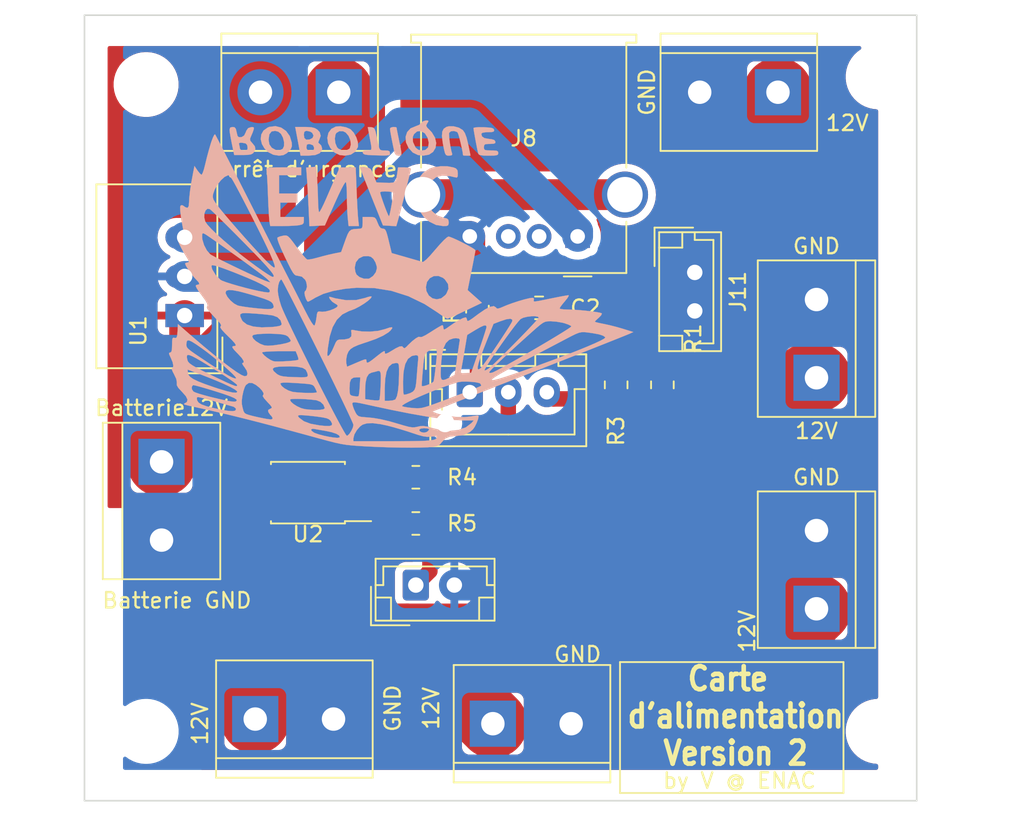
<source format=kicad_pcb>
(kicad_pcb (version 20211014) (generator pcbnew)
  (layers (0 "F.Cu" signal) (31 "B.Cu" signal) (34 "B.Paste" user) (35 "F.Paste" user) (36 "B.SilkS" user "B.Silkscreen") (37 "F.SilkS" user "F.Silkscreen") (38 "B.Mask" user) (39 "F.Mask" user) (44 "Edge.Cuts" user))
  (net 0 "")
  (net 1 "+5V")
  (net 2 "GND")
  (net 3 "Net-(J1-Pad1)")
  (net 4 "+12V")
  (net 5 "Net-(J9-Pad1)")
  (net 6 "SignalPowerOn")
  (net 7 "Net-(J9-Pad3)")
  (net 8 "12V_P")
  (net 11 "unconnected-(J8-Pad5)")
  (net 12 "Net-(R4-Pad2)")
  (net 13 "Net-(J8-Pad1)")
  (footprint "Capacitor_SMD:C_0805_2012Metric" (layer "F.Cu") (at 87 113 180)
    (fp_text reference "C2" (at -3 0) (layer "F.SilkS"))
    (fp_text value "C")
    (pad "1" smd roundrect locked (at -0.95 0 180) (size 1 1.45) (layers "F.Cu" "F.Paste" "F.Mask") (net 1 "+5V"))
    (pad "2" smd roundrect locked (at 0.95 0 180) (size 1 1.45) (layers "F.Cu" "F.Paste" "F.Mask") (net 2 "GND"))
  )
  (footprint "TerminalBlock:TerminalBlock_bornier-2_P5.08mm" (layer "F.Cu") (at 74 99 180)
    (fp_text reference "J1" hide)
    (fp_text value "Screw_Terminal_01x02")
    (pad "1" thru_hole rect locked (at 0 0 180) (size 3 3) (drill 1.52) (layers *.Cu *.Mask) (net 3 "Net-(J1-Pad1)"))
    (pad "2" thru_hole circle locked (at 5.08 0 180) (size 3 3) (drill 1.52) (layers *.Cu *.Mask) (net 4 "+12V"))
  )
  (footprint "TerminalBlock:TerminalBlock_bornier-2_P5.08mm" (layer "F.Cu") (at 62.5 123 -90)
    (fp_text reference "J2" hide)
    (fp_text value "Screw_Terminal_01x02")
    (pad "1" thru_hole rect locked (at 0 0 270) (size 3 3) (drill 1.52) (layers *.Cu *.Mask) (net 4 "+12V"))
    (pad "2" thru_hole circle locked (at 5.08 0 270) (size 3 3) (drill 1.52) (layers *.Cu *.Mask) (net 2 "GND"))
  )
  (footprint "TerminalBlock:TerminalBlock_bornier-2_P5.08mm" (layer "F.Cu") (at 102.5 99 180)
    (fp_text reference "J3" hide)
    (fp_text value "Screw_Terminal_01x02")
    (pad "1" thru_hole rect locked (at 0 0 180) (size 3 3) (drill 1.52) (layers *.Cu *.Mask) (net 8 "12V_P"))
    (pad "2" thru_hole circle locked (at 5.08 0 180) (size 3 3) (drill 1.52) (layers *.Cu *.Mask) (net 2 "GND"))
  )
  (footprint "TerminalBlock:TerminalBlock_bornier-2_P5.08mm" (layer "F.Cu") (at 105 132.54 90)
    (fp_text reference "J4" hide)
    (fp_text value "Screw_Terminal_01x02")
    (pad "1" thru_hole rect locked (at 0 0 90) (size 3 3) (drill 1.52) (layers *.Cu *.Mask) (net 8 "12V_P"))
    (pad "2" thru_hole circle locked (at 5.08 0 90) (size 3 3) (drill 1.52) (layers *.Cu *.Mask) (net 2 "GND"))
  )
  (footprint "TerminalBlock:TerminalBlock_bornier-2_P5.08mm" (layer "F.Cu") (at 68.58 139.7)
    (fp_text reference "J5" hide)
    (fp_text value "Screw_Terminal_01x02")
    (pad "1" thru_hole rect locked (at 0 0) (size 3 3) (drill 1.52) (layers *.Cu *.Mask) (net 8 "12V_P"))
    (pad "2" thru_hole circle locked (at 5.08 0) (size 3 3) (drill 1.52) (layers *.Cu *.Mask) (net 2 "GND"))
  )
  (footprint "TerminalBlock:TerminalBlock_bornier-2_P5.08mm" (layer "F.Cu") (at 105 117.54 90)
    (fp_text reference "J6" hide)
    (fp_text value "Screw_Terminal_01x02")
    (pad "1" thru_hole rect locked (at 0 0 90) (size 3 3) (drill 1.52) (layers *.Cu *.Mask) (net 8 "12V_P"))
    (pad "2" thru_hole circle locked (at 5.08 0 90) (size 3 3) (drill 1.52) (layers *.Cu *.Mask) (net 2 "GND"))
  )
  (footprint "TerminalBlock:TerminalBlock_bornier-2_P5.08mm" (layer "F.Cu") (at 84 140)
    (fp_text reference "J7" hide)
    (fp_text value "Screw_Terminal_01x02")
    (pad "1" thru_hole rect locked (at 0 0) (size 3 3) (drill 1.52) (layers *.Cu *.Mask) (net 8 "12V_P"))
    (pad "2" thru_hole circle locked (at 5.08 0) (size 3 3) (drill 1.52) (layers *.Cu *.Mask) (net 2 "GND"))
  )
  (footprint "Converter_DCDC:Converter_DCDC_TRACO_TSR-1_THT" (layer "F.Cu") (at 64 113.5 90)
    (fp_text reference "U1" (at -1 -3 90) (layer "F.SilkS"))
    (fp_text value "TSR_1-2450")
    (pad "1" thru_hole rect locked (at 0 0 90) (size 1.5 2.5) (drill 1) (layers *.Cu *.Mask) (net 4 "+12V"))
    (pad "2" thru_hole oval locked (at 2.54 0 90) (size 1.5 2.5) (drill 1) (layers *.Cu *.Mask) (net 2 "GND"))
    (pad "3" thru_hole oval locked (at 5.08 0 90) (size 1.5 2.5) (drill 1) (layers *.Cu *.Mask) (net 1 "+5V"))
  )
  (footprint "Connector_JST:JST_XH_B3B-XH-AM_1x03_P2.50mm_Vertical" (layer "F.Cu") (at 82.5 118.475)
    (fp_text reference "J9" hide)
    (fp_text value "Conn_01x03_Male")
    (pad "" np_thru_hole circle locked (at -1.6 2) (size 1.2 1.2) (drill 1.2) (layers *.Cu *.Mask))
    (pad "1" thru_hole roundrect locked (at 0 0) (size 1.7 1.95) (drill 0.95) (layers *.Cu *.Mask) (roundrect_rratio 0.147059) (net 5 "Net-(J9-Pad1)"))
    (pad "2" thru_hole oval locked (at 2.5 0) (size 1.7 1.95) (drill 0.95) (layers *.Cu *.Mask) (net 6 "SignalPowerOn"))
    (pad "3" thru_hole oval locked (at 5 0) (size 1.7 1.95) (drill 0.95) (layers *.Cu *.Mask) (net 7 "Net-(J9-Pad3)"))
  )
  (footprint "Resistor_SMD:R_0805_2012Metric" (layer "F.Cu") (at 95 118 90)
    (fp_text reference "R1" (at 3 2 90) (layer "F.SilkS"))
    (fp_text value "R")
    (pad "1" smd roundrect locked (at -0.9125 0 90) (size 1.025 1.4) (layers "F.Cu" "F.Paste" "F.Mask") (roundrect_rratio 0.243902) (net 7 "Net-(J9-Pad3)"))
    (pad "2" smd roundrect locked (at 0.9125 0 90) (size 1.025 1.4) (layers "F.Cu" "F.Paste" "F.Mask") (roundrect_rratio 0.243902) (net 1 "+5V"))
  )
  (footprint "Resistor_SMD:R_0805_2012Metric" (layer "F.Cu") (at 83 113.0875 90)
    (fp_text reference "R2" (at 0 -1.65 90) (layer "F.SilkS"))
    (fp_text value "R")
    (pad "1" smd roundrect locked (at -0.9125 0 90) (size 1.025 1.4) (layers "F.Cu" "F.Paste" "F.Mask") (roundrect_rratio 0.243902) (net 5 "Net-(J9-Pad1)"))
    (pad "2" smd roundrect locked (at 0.9125 0 90) (size 1.025 1.4) (layers "F.Cu" "F.Paste" "F.Mask") (roundrect_rratio 0.243902) (net 2 "GND"))
  )
  (footprint "MountingHole:MountingHole_3.2mm_M3" (layer "F.Cu") (at 61.5 98.5)
    (fp_text reference "REF**" hide)
    (fp_text value "MountingHole_3.2mm_M3")
    (pad "" np_thru_hole circle locked (at 0 0) (size 3.2 3.2) (drill 3.2) (layers *.Cu *.Mask))
  )
  (footprint "MountingHole:MountingHole_3.2mm_M3" (layer "F.Cu") (at 109 98)
    (fp_text reference "REF**" hide)
    (fp_text value "MountingHole_3.2mm_M3")
    (pad "" np_thru_hole circle locked (at 0 0) (size 3.2 3.2) (drill 3.2) (layers *.Cu *.Mask))
  )
  (footprint "MountingHole:MountingHole_3.2mm_M3" (layer "F.Cu") (at 61.5 140.5)
    (fp_text reference "REF**" hide)
    (fp_text value "MountingHole_3.2mm_M3")
    (pad "" np_thru_hole circle locked (at 0 0) (size 3.2 3.2) (drill 3.2) (layers *.Cu *.Mask))
  )
  (footprint "logo:logo" (layer "F.Cu") (at 94 104)
    (fp_text reference "G***" hide)
    (fp_text value "LOGO" hide)
  )
  (footprint "Resistor_SMD:R_0805_2012Metric" (layer "F.Cu") (at 79 124 180)
    (fp_text reference "R4" (at -3 0) (layer "F.SilkS"))
    (fp_text value "R")
    (pad "1" smd roundrect (at -0.9125 0 180) (size 1.025 1.4) (layers "F.Cu" "F.Paste" "F.Mask") (roundrect_rratio 0.243902) (net 2 "GND"))
    (pad "2" smd roundrect (at 0.9125 0 180) (size 1.025 1.4) (layers "F.Cu" "F.Paste" "F.Mask") (roundrect_rratio 0.243902) (net 12 "Net-(R4-Pad2)"))
  )
  (footprint "Connector_USB:USB_A_Molex_67643_Horizontal" (layer "F.Cu") (at 89.5 108.36 180)
    (fp_text reference "J8" (at 3.5 6.36) (layer "F.SilkS"))
    (fp_text value "USB_A")
    (pad "1" thru_hole rect (at 0 0 180) (size 1.6 1.5) (drill 0.95) (layers *.Cu *.Mask) (net 13 "Net-(J8-Pad1)"))
    (pad "2" thru_hole circle (at 2.5 0 180) (size 1.6 1.6) (drill 0.95) (layers *.Cu *.Mask))
    (pad "3" thru_hole circle (at 4.5 0 180) (size 1.6 1.6) (drill 0.95) (layers *.Cu *.Mask))
    (pad "4" thru_hole circle (at 7 0 180) (size 1.6 1.6) (drill 0.95) (layers *.Cu *.Mask) (net 2 "GND"))
    (pad "5" thru_hole circle (at -3.07 2.71 180) (size 3 3) (drill 2.3) (layers *.Cu *.Mask) (net 11 "unconnected-(J8-Pad5)"))
    (pad "5" thru_hole circle (at 10.07 2.71 180) (size 3 3) (drill 2.3) (layers *.Cu *.Mask) (net 11 "unconnected-(J8-Pad5)"))
  )
  (footprint "Connector_JST:JST_EH_B2B-EH-A_1x02_P2.50mm_Vertical" (layer "F.Cu") (at 97.1 110.7 -90)
    (fp_text reference "J11" (at 1.25 -2.8 90) (layer "F.SilkS"))
    (fp_text value "Conn_01x02_Male")
    (pad "1" thru_hole roundrect (at 0 0 270) (size 1.7 2) (drill 1) (layers *.Cu *.Mask) (roundrect_rratio 0.147059) (net 13 "Net-(J8-Pad1)"))
    (pad "2" thru_hole oval (at 2.5 0 270) (size 1.7 2) (drill 1) (layers *.Cu *.Mask) (net 1 "+5V"))
  )
  (footprint "Connector_JST:JST_EH_B2B-EH-A_1x02_P2.50mm_Vertical" (layer "F.Cu") (at 79 131)
    (fp_text reference "J10" hide)
    (fp_text value "Conn_01x02_Male")
    (pad "1" thru_hole roundrect (at 0 0) (size 1.7 2) (drill 1) (layers *.Cu *.Mask) (roundrect_rratio 0.147059) (net 6 "SignalPowerOn"))
    (pad "2" thru_hole oval (at 2.5 0) (size 1.7 2) (drill 1) (layers *.Cu *.Mask) (net 2 "GND"))
  )
  (footprint "Resistor_SMD:R_0805_2012Metric" (layer "F.Cu") (at 79 127 180)
    (fp_text reference "R5" (at -3 0) (layer "F.SilkS"))
    (fp_text value "R")
    (pad "1" smd roundrect (at -0.9125 0 180) (size 1.025 1.4) (layers "F.Cu" "F.Paste" "F.Mask") (roundrect_rratio 0.243902) (net 6 "SignalPowerOn"))
    (pad "2" smd roundrect (at 0.9125 0 180) (size 1.025 1.4) (layers "F.Cu" "F.Paste" "F.Mask") (roundrect_rratio 0.243902) (net 12 "Net-(R4-Pad2)"))
  )
  (footprint "Package_SO:SO-4_4.4x3.6mm_P2.54mm" (layer "F.Cu") (at 72 125 180)
    (fp_text reference "U2" (at 0 -2.7) (layer "F.SilkS"))
    (fp_text value "ASSR-1218")
    (pad "1" smd rect (at -3.15 -1.27 180) (size 2 0.64) (layers "F.Cu" "F.Paste" "F.Mask") (net 12 "Net-(R4-Pad2)"))
    (pad "2" smd rect (at -3.15 1.27 180) (size 2 0.64) (layers "F.Cu" "F.Paste" "F.Mask") (net 2 "GND"))
    (pad "3" smd rect (at 3.15 1.27 180) (size 2 0.64) (layers "F.Cu" "F.Paste" "F.Mask") (net 3 "Net-(J1-Pad1)"))
    (pad "4" smd rect (at 3.15 -1.27 180) (size 2 0.64) (layers "F.Cu" "F.Paste" "F.Mask") (net 8 "12V_P"))
  )
  (footprint "Resistor_SMD:R_0805_2012Metric" (layer "F.Cu") (at 92 118 -90)
    (fp_text reference "R3" (at 3 0 90) (layer "F.SilkS"))
    (fp_text value "R")
    (pad "1" smd roundrect (at -0.9125 0 270) (size 1.025 1.4) (layers "F.Cu" "F.Paste" "F.Mask") (roundrect_rratio 0.243902) (net 2 "GND"))
    (pad "2" smd roundrect (at 0.9125 0 270) (size 1.025 1.4) (layers "F.Cu" "F.Paste" "F.Mask") (roundrect_rratio 0.243902) (net 7 "Net-(J9-Pad3)"))
  )
  (footprint "MountingHole:MountingHole_3.2mm_M3" (layer "F.Cu") (at 109 140.5)
    (fp_text reference "REF**" hide)
    (fp_text value "MountingHole_3.2mm_M3")
    (pad "" np_thru_hole circle locked (at 0 0) (size 3.2 3.2) (drill 3.2) (layers *.Cu *.Mask))
  )
  (footprint "logo:logo" (layer "B.Cu") (at 78 111.5)
    (fp_text reference "G***" hide)
    (fp_text value "LOGO" hide)
  )
  (gr_line (start 92.25 144.5) (end 92.25 136) (layer "F.SilkS") (width 0.12))
  (gr_line (start 106.75 144.5) (end 92.25 144.5) (layer "F.SilkS") (width 0.12))
  (gr_line (start 92.25 136) (end 106.75 136) (layer "F.SilkS") (width 0.12))
  (gr_line (start 106.75 136) (end 106.75 144.5) (layer "F.SilkS") (width 0.12))
  (gr_line (start 57.5 145) (end 57.5 94) (layer "Edge.Cuts") (width 0.1))
  (gr_line (start 111.5 94) (end 111.5 145) (layer "Edge.Cuts") (width 0.1))
  (gr_line (start 111.5 145) (end 57.5 145) (layer "Edge.Cuts") (width 0.1))
  (gr_line (start 57.5 94) (end 111.5 94) (layer "Edge.Cuts") (width 0.1))
  (gr_text "by V @ ENAC" (at 100 143.7) (layer "F.SilkS") (effects (font (size 1 1))))
  (gr_text "Carte \nd'alimentation\nVersion 2\n" (at 99.75 139.5) (layer "F.SilkS") (effects (font (size 1.5 1.3) (thickness 0.3))))
  (gr_text "Batterie GND" (at 63.5 132) (layer "F.SilkS") (effects (font (size 1 1))))
  (gr_text "GND" (at 77.5 139 90) (layer "F.SilkS") (effects (font (size 1 1))))
  (gr_text "12V" (at 80 139 90) (layer "F.SilkS") (effects (font (size 1 1))))
  (gr_text "GND" (at 105 124) (layer "F.SilkS") (effects (font (size 1 1))))
  (gr_text "12V" (at 107 101) (layer "F.SilkS") (effects (font (size 1 1))))
  (gr_text "12V" (at 105 121) (layer "F.SilkS") (effects (font (size 1 1))))
  (gr_text "GND" (at 94 99 90) (layer "F.SilkS") (effects (font (size 1 1))))
  (gr_text "Arrêt d'urgence" (at 72 104) (layer "F.SilkS") (effects (font (size 1 1))))
  (gr_text "Batterie12V" (at 62.5 119.5) (layer "F.SilkS") (effects (font (size 1 1))))
  (gr_text "GND" (at 89.5 135.5) (layer "F.SilkS") (effects (font (size 1 1))))
  (gr_text "GND" (at 105 109) (layer "F.SilkS") (effects (font (size 1 1))))
  (gr_text "12V" (at 65 140 90) (layer "F.SilkS") (effects (font (size 1 1))))
  (gr_text "12V" (at 100.5 134 90) (layer "F.SilkS") (effects (font (size 1 1))))
  (segment (start 95 116.95) (end 89.5 111.45) (width 1) (layer "F.Cu") (net 1))
  (segment (start 89.5 111.45) (end 87.95 113) (width 2) (layer "F.Cu") (net 1))
  (segment (start 95 117.0875) (end 95 116.95) (width 1) (layer "F.Cu") (net 1))
  (segment (start 82.467737 101) (end 89.5 108.032263) (width 2) (layer "B.Cu") (net 1))
  (segment (start 64 108.42) (end 70.58 108.42) (width 2) (layer "B.Cu") (net 1))
  (segment (start 70.58 108.42) (end 78 101) (width 2) (layer "B.Cu") (net 1))
  (segment (start 78 101) (end 82.467737 101) (width 2) (layer "B.Cu") (net 1))
  (segment (start 89.5 108.032263) (end 89.5 108.36) (width 2) (layer "B.Cu") (net 1))
  (segment (start 79 122) (end 78 122) (width 1) (layer "F.Cu") (net 2))
  (segment (start 82.5 108.36) (end 82.5 111.675) (width 2) (layer "F.Cu") (net 2))
  (segment (start 82.5 111.675) (end 83 112.175) (width 2) (layer "F.Cu") (net 2))
  (segment (start 92 117.0875) (end 89.634016 117.0875) (width 1) (layer "F.Cu") (net 2))
  (segment (start 79.9125 123.769676) (end 80 123.682176) (width 1) (layer "F.Cu") (net 2))
  (segment (start 80 123) (end 79 122) (width 1) (layer "F.Cu") (net 2))
  (segment (start 80 123.682176) (end 80 123) (width 1) (layer "F.Cu") (net 2))
  (segment (start 78 116.175) (end 82.5 111.675) (width 1) (layer "F.Cu") (net 2))
  (segment (start 89.634016 117.0875) (end 86.05 113.503484) (width 1) (layer "F.Cu") (net 2))
  (segment (start 78 122) (end 78 116.175) (width 1) (layer "F.Cu") (net 2))
  (segment (start 79.9125 124) (end 79.9125 123.769676) (width 1) (layer "F.Cu") (net 2))
  (segment (start 85.225 112.175) (end 83 112.175) (width 1) (layer "F.Cu") (net 2))
  (segment (start 86.05 113.503484) (end 86.05 113) (width 1) (layer "F.Cu") (net 2))
  (segment (start 78 122) (end 76.88 122) (width 1) (layer "F.Cu") (net 2))
  (segment (start 86.05 113) (end 85.225 112.175) (width 1) (layer "F.Cu") (net 2))
  (segment (start 76.88 122) (end 75.15 123.73) (width 1) (layer "F.Cu") (net 2))
  (segment (start 62.5 128.08) (end 65.819022 128.08) (width 5) (layer "B.Cu") (net 2))
  (segment (start 70 113.71) (end 70 118) (width 2) (layer "B.Cu") (net 2))
  (segment (start 83 131) (end 87 135) (width 2) (layer "B.Cu") (net 2))
  (segment (start 82.5 108.36) (end 79.64 108.36) (width 2) (layer "B.Cu") (net 2))
  (segment (start 81.5 131) (end 83 131) (width 2) (layer "B.Cu") (net 2))
  (segment (start 97.42 104.88) (end 105 112.46) (width 5) (layer "B.Cu") (net 2))
  (segment (start 98 127) (end 98.46 127.46) (width 5) (layer "B.Cu") (net 2))
  (segment (start 98 117) (end 98 127) (width 5) (layer "B.Cu") (net 2))
  (segment (start 105 112.46) (end 102.54 112.46) (width 5) (layer "B.Cu") (net 2))
  (segment (start 79.64 108.36) (end 70 118) (width 2) (layer "B.Cu") (net 2))
  (segment (start 73.66 139.7) (end 73.66 135.920978) (width 5) (layer "B.Cu") (net 2))
  (segment (start 89.08 137.08) (end 89.08 140) (width 5) (layer "B.Cu") (net 2))
  (segment (start 73.66 139.7) (end 78.36 135) (width 5) (layer "B.Cu") (net 2))
  (segment (start 94.54 127.46) (end 98.46 127.46) (width 5) (layer "B.Cu") (net 2))
  (segment (start 65.819022 128.08) (end 70 123.899022) (width 5) (layer "B.Cu") (net 2))
  (segment (start 102.54 112.46) (end 98 117) (width 5) (layer "B.Cu") (net 2))
  (segment (start 64 110.96) (end 67.25 110.96) (width 2) (layer "B.Cu") (net 2))
  (segment (start 67.25 110.96) (end 70 113.71) (width 2) (layer "B.Cu") (net 2))
  (segment (start 87 135) (end 94.54 127.46) (width 5) (layer "B.Cu") (net 2))
  (segment (start 87 135) (end 89.08 137.08) (width 5) (layer "B.Cu") (net 2))
  (segment (start 73.66 135.920978) (end 65.819022 128.08) (width 5) (layer "B.Cu") (net 2))
  (segment (start 78.36 135) (end 87 135) (width 5) (layer "B.Cu") (net 2))
  (segment (start 97.42 99) (end 97.42 104.88) (width 5) (layer "B.Cu") (net 2))
  (segment (start 98.46 127.46) (end 105 127.46) (width 5) (layer "B.Cu") (net 2))
  (segment (start 70 123.899022) (end 70 118) (width 5) (layer "B.Cu") (net 2))
  (segment (start 68.85 123.15) (end 71 121) (width 2) (layer "F.Cu") (net 3))
  (segment (start 74 118.58) (end 73.42 118.58) (width 4.5) (layer "F.Cu") (net 3))
  (segment (start 68.85 123.73) (end 68.85 123.15) (width 2) (layer "F.Cu") (net 3))
  (segment (start 73.42 118.58) (end 71 121) (width 4.5) (layer "F.Cu") (net 3))
  (segment (start 74 99) (end 74 118.58) (width 4.5) (layer "F.Cu") (net 3))
  (segment (start 68.92 114.08) (end 68.92 99) (width 4.5) (layer "F.Cu") (net 4))
  (segment (start 62.5 123) (end 62.5 120.5) (width 4.5) (layer "F.Cu") (net 4))
  (segment (start 64 113.5) (end 64 117) (width 2) (layer "F.Cu") (net 4))
  (segment (start 62.5 120.5) (end 68.92 114.08) (width 4.5) (layer "F.Cu") (net 4))
  (segment (start 64 117) (end 64.5 117.5) (width 2) (layer "F.Cu") (net 4))
  (segment (start 83 117.975) (end 82.5 118.475) (width 1) (layer "F.Cu") (net 5))
  (segment (start 83 114) (end 83 117.975) (width 1) (layer "F.Cu") (net 5))
  (segment (start 79.9125 127) (end 80 127) (width 1) (layer "F.Cu") (net 6))
  (segment (start 79.9125 130.0875) (end 79 131) (width 1) (layer "F.Cu") (net 6))
  (segment (start 80 127) (end 85 122) (width 1) (layer "F.Cu") (net 6))
  (segment (start 79.9125 127) (end 79.9125 130.0875) (width 1) (layer "F.Cu") (net 6))
  (segment (start 85 122) (end 85 118.475) (width 1) (layer "F.Cu") (net 6))
  (segment (start 87.9375 118.9125) (end 87.5 118.475) (width 1) (layer "F.Cu") (net 7))
  (segment (start 95 118.9125) (end 92 118.9125) (width 1) (layer "F.Cu") (net 7))
  (segment (start 92 118.9125) (end 87.9375 118.9125) (width 1) (layer "F.Cu") (net 7))
  (segment (start 68.58 139.7) (end 68.58 138.42) (width 4.5) (layer "F.Cu") (net 8))
  (segment (start 68.58 129.42) (end 69 129) (width 4.5) (layer "F.Cu") (net 8))
  (segment (start 100 122) (end 100 105) (width 4.5) (layer "F.Cu") (net 8))
  (segment (start 105 117.54) (end 104.46 117.54) (width 4.5) (layer "F.Cu") (net 8))
  (segment (start 84 140) (end 78.44952 134.44952) (width 4.5) (layer "F.Cu") (net 8))
  (segment (start 103.09048 134.44952) (end 105 132.54) (width 4.5) (layer "F.Cu") (net 8))
  (segment (start 105 132.54) (end 104.494547 132.54) (width 4.5) (layer "F.Cu") (net 8))
  (segment (start 68.85 128.85) (end 69 129) (width 2) (layer "F.Cu") (net 8))
  (segment (start 68.58 139.7) (end 68.58 129.42) (width 4.5) (layer "F.Cu") (net 8))
  (segment (start 72.55048 134.44952) (end 77.44952 134.44952) (width 4.5) (layer "F.Cu") (net 8))
  (segment (start 102 132) (end 100 130) (width 4.5) (layer "F.Cu") (net 8))
  (segment (start 102.5 102.5) (end 102.5 99) (width 4.5) (layer "F.Cu") (net 8))
  (segment (start 100 105) (end 102.5 102.5) (width 4.5) (layer "F.Cu") (net 8))
  (segment (start 68.85 126.27) (end 68.85 128.85) (width 2) (layer "F.Cu") (net 8))
  (segment (start 68.58 138.42) (end 72.55048 134.44952) (width 4.5) (layer "F.Cu") (net 8))
  (segment (start 78.44952 134.44952) (end 77.44952 134.44952) (width 4.5) (layer "F.Cu") (net 8))
  (segment (start 104.46 117.54) (end 100 122) (width 4.5) (layer "F.Cu") (net 8))
  (segment (start 103.954547 132) (end 102 132) (width 4.5) (layer "F.Cu") (net 8))
  (segment (start 100 130) (end 100 122) (width 4.5) (layer "F.Cu") (net 8))
  (segment (start 104.494547 132.54) (end 103.954547 132) (width 4.5) (layer "F.Cu") (net 8))
  (segment (start 77.44952 134.44952) (end 103.09048 134.44952) (width 4.5) (layer "F.Cu") (net 8))
  (segment (start 79.43 105.65) (end 92.57 105.65) (width 2) (layer "F.Cu") (net 11))
  (segment (start 78.0875 124) (end 78.0875 127) (width 1) (layer "F.Cu") (net 12))
  (segment (start 75.88 127) (end 75.15 126.27) (width 1) (layer "F.Cu") (net 12))
  (segment (start 78.0875 127) (end 75.88 127) (width 1) (layer "F.Cu") (net 12))
  (zone (net 3) (net_name "Net-(J1-Pad1)") (layer "F.Cu") (connect_pads (clearance 0.508)) (min_thickness 0.254) (fill yes (thermal_gap 0.508) (thermal_bridge_width 0.508))
    (polygon (pts (xy 77 119) (xy 70 125) (xy 67 125) (xy 67 124) (xy 68 120) (xy 72 116) (xy 72 96) (xy 77 96)))
  )
  (zone (net 8) (net_name "12V_P") (layer "F.Cu") (connect_pads (clearance 0.508)) (min_thickness 0.254) (fill yes (thermal_gap 0.508) (thermal_bridge_width 0.508))
    (polygon (pts (xy 109 143) (xy 65 143) (xy 65 127) (xy 74 127) (xy 74 123) (xy 78 123) (xy 78 96) (xy 109 96)))
  )
  (zone (net 4) (net_name "+12V") (layer "F.Cu") (connect_pads (clearance 0.508)) (min_thickness 0.254) (fill yes (thermal_gap 0.508) (thermal_bridge_width 0.508))
    (polygon (pts (xy 71 115) (xy 66 120) (xy 66 126) (xy 59 126) (xy 59 96) (xy 71.46 96)))
  )
  (zone (net 2) (net_name "GND") (layer "B.Cu") (connect_pads (clearance 0.508)) (min_thickness 0.254) (fill yes (thermal_gap 0.508) (thermal_bridge_width 0.508))
    (polygon (pts (xy 109 143) (xy 60 143) (xy 60 96) (xy 109 96)))
  )
)
</source>
